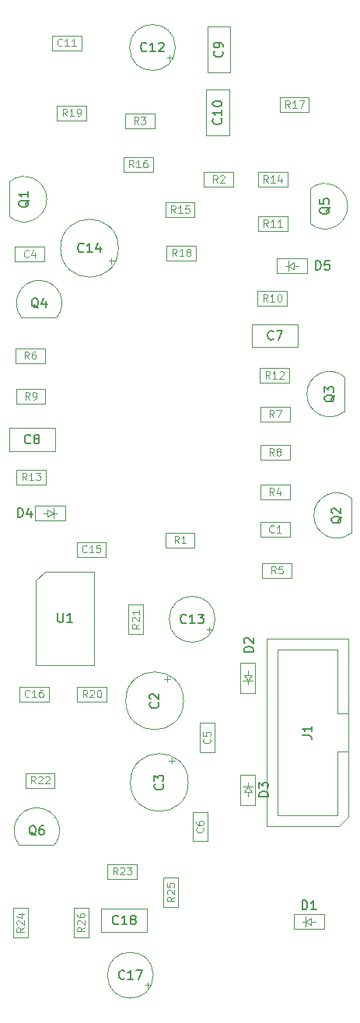
<source format=gbr>
%TF.GenerationSoftware,KiCad,Pcbnew,(5.1.9)-1*%
%TF.CreationDate,2021-08-15T07:19:13+01:00*%
%TF.ProjectId,8x8_Kick_Drum,3878385f-4b69-4636-9b5f-4472756d2e6b,rev?*%
%TF.SameCoordinates,Original*%
%TF.FileFunction,Other,Fab,Top*%
%FSLAX46Y46*%
G04 Gerber Fmt 4.6, Leading zero omitted, Abs format (unit mm)*
G04 Created by KiCad (PCBNEW (5.1.9)-1) date 2021-08-15 07:19:13*
%MOMM*%
%LPD*%
G01*
G04 APERTURE LIST*
%ADD10C,0.100000*%
%ADD11C,0.120000*%
%ADD12C,0.150000*%
G04 APERTURE END LIST*
D10*
%TO.C,R26*%
X134963000Y-163753000D02*
X134963000Y-160553000D01*
X136563000Y-163753000D02*
X134963000Y-163753000D01*
X136563000Y-160553000D02*
X136563000Y-163753000D01*
X134963000Y-160553000D02*
X136563000Y-160553000D01*
%TO.C,R25*%
X144742000Y-160451000D02*
X144742000Y-157251000D01*
X146342000Y-160451000D02*
X144742000Y-160451000D01*
X146342000Y-157251000D02*
X146342000Y-160451000D01*
X144742000Y-157251000D02*
X146342000Y-157251000D01*
%TO.C,R24*%
X128359000Y-163805000D02*
X128359000Y-160605000D01*
X129959000Y-163805000D02*
X128359000Y-163805000D01*
X129959000Y-160605000D02*
X129959000Y-163805000D01*
X128359000Y-160605000D02*
X129959000Y-160605000D01*
%TO.C,R23*%
X138634000Y-155791000D02*
X141834000Y-155791000D01*
X138634000Y-157391000D02*
X138634000Y-155791000D01*
X141834000Y-157391000D02*
X138634000Y-157391000D01*
X141834000Y-155791000D02*
X141834000Y-157391000D01*
%TO.C,R22*%
X132892000Y-147485000D02*
X129692000Y-147485000D01*
X132892000Y-145885000D02*
X132892000Y-147485000D01*
X129692000Y-145885000D02*
X132892000Y-145885000D01*
X129692000Y-147485000D02*
X129692000Y-145885000D01*
%TO.C,R21*%
X142532000Y-127585000D02*
X142532000Y-130785000D01*
X140932000Y-127585000D02*
X142532000Y-127585000D01*
X140932000Y-130785000D02*
X140932000Y-127585000D01*
X142532000Y-130785000D02*
X140932000Y-130785000D01*
%TO.C,R20*%
X135332000Y-136487000D02*
X138532000Y-136487000D01*
X135332000Y-138087000D02*
X135332000Y-136487000D01*
X138532000Y-138087000D02*
X135332000Y-138087000D01*
X138532000Y-136487000D02*
X138532000Y-138087000D01*
%TO.C,R19*%
X133121000Y-73241000D02*
X136321000Y-73241000D01*
X133121000Y-74841000D02*
X133121000Y-73241000D01*
X136321000Y-74841000D02*
X133121000Y-74841000D01*
X136321000Y-73241000D02*
X136321000Y-74841000D01*
%TO.C,R18*%
X145085000Y-88481000D02*
X148285000Y-88481000D01*
X145085000Y-90081000D02*
X145085000Y-88481000D01*
X148285000Y-90081000D02*
X145085000Y-90081000D01*
X148285000Y-88481000D02*
X148285000Y-90081000D01*
%TO.C,R17*%
X160578000Y-73952000D02*
X157378000Y-73952000D01*
X160578000Y-72352000D02*
X160578000Y-73952000D01*
X157378000Y-72352000D02*
X160578000Y-72352000D01*
X157378000Y-73952000D02*
X157378000Y-72352000D01*
%TO.C,R16*%
X140386000Y-78829000D02*
X143586000Y-78829000D01*
X140386000Y-80429000D02*
X140386000Y-78829000D01*
X143586000Y-80429000D02*
X140386000Y-80429000D01*
X143586000Y-78829000D02*
X143586000Y-80429000D01*
%TO.C,R15*%
X144932000Y-83782000D02*
X148132000Y-83782000D01*
X144932000Y-85382000D02*
X144932000Y-83782000D01*
X148132000Y-85382000D02*
X144932000Y-85382000D01*
X148132000Y-83782000D02*
X148132000Y-85382000D01*
%TO.C,R14*%
X158217000Y-82080000D02*
X155017000Y-82080000D01*
X158217000Y-80480000D02*
X158217000Y-82080000D01*
X155017000Y-80480000D02*
X158217000Y-80480000D01*
X155017000Y-82080000D02*
X155017000Y-80480000D01*
%TO.C,R13*%
X128728000Y-112865000D02*
X131928000Y-112865000D01*
X128728000Y-114465000D02*
X128728000Y-112865000D01*
X131928000Y-114465000D02*
X128728000Y-114465000D01*
X131928000Y-112865000D02*
X131928000Y-114465000D01*
%TO.C,R12*%
X158419000Y-103416000D02*
X155219000Y-103416000D01*
X158419000Y-101816000D02*
X158419000Y-103416000D01*
X155219000Y-101816000D02*
X158419000Y-101816000D01*
X155219000Y-103416000D02*
X155219000Y-101816000D01*
%TO.C,R11*%
X155017000Y-85306000D02*
X158217000Y-85306000D01*
X155017000Y-86906000D02*
X155017000Y-85306000D01*
X158217000Y-86906000D02*
X155017000Y-86906000D01*
X158217000Y-85306000D02*
X158217000Y-86906000D01*
%TO.C,R10*%
X154965000Y-93434000D02*
X158165000Y-93434000D01*
X154965000Y-95034000D02*
X154965000Y-93434000D01*
X158165000Y-95034000D02*
X154965000Y-95034000D01*
X158165000Y-93434000D02*
X158165000Y-95034000D01*
%TO.C,R9*%
X131876000Y-105702000D02*
X128676000Y-105702000D01*
X131876000Y-104102000D02*
X131876000Y-105702000D01*
X128676000Y-104102000D02*
X131876000Y-104102000D01*
X128676000Y-105702000D02*
X128676000Y-104102000D01*
%TO.C,R8*%
X158471000Y-111798000D02*
X155271000Y-111798000D01*
X158471000Y-110198000D02*
X158471000Y-111798000D01*
X155271000Y-110198000D02*
X158471000Y-110198000D01*
X155271000Y-111798000D02*
X155271000Y-110198000D01*
%TO.C,R7*%
X155271000Y-106007000D02*
X158471000Y-106007000D01*
X155271000Y-107607000D02*
X155271000Y-106007000D01*
X158471000Y-107607000D02*
X155271000Y-107607000D01*
X158471000Y-106007000D02*
X158471000Y-107607000D01*
%TO.C,R6*%
X131801000Y-101257000D02*
X128601000Y-101257000D01*
X131801000Y-99657000D02*
X131801000Y-101257000D01*
X128601000Y-99657000D02*
X131801000Y-99657000D01*
X128601000Y-101257000D02*
X128601000Y-99657000D01*
%TO.C,R5*%
X158699000Y-124625000D02*
X155499000Y-124625000D01*
X158699000Y-123025000D02*
X158699000Y-124625000D01*
X155499000Y-123025000D02*
X158699000Y-123025000D01*
X155499000Y-124625000D02*
X155499000Y-123025000D01*
%TO.C,R4*%
X158471000Y-116116000D02*
X155271000Y-116116000D01*
X158471000Y-114516000D02*
X158471000Y-116116000D01*
X155271000Y-114516000D02*
X158471000Y-114516000D01*
X155271000Y-116116000D02*
X155271000Y-114516000D01*
%TO.C,R3*%
X143739000Y-75730000D02*
X140539000Y-75730000D01*
X143739000Y-74130000D02*
X143739000Y-75730000D01*
X140539000Y-74130000D02*
X143739000Y-74130000D01*
X140539000Y-75730000D02*
X140539000Y-74130000D01*
%TO.C,R2*%
X152349000Y-82080000D02*
X149149000Y-82080000D01*
X152349000Y-80480000D02*
X152349000Y-82080000D01*
X149149000Y-80480000D02*
X152349000Y-80480000D01*
X149149000Y-82080000D02*
X149149000Y-80480000D01*
%TO.C,R1*%
X144932000Y-119723000D02*
X148132000Y-119723000D01*
X144932000Y-121323000D02*
X144932000Y-119723000D01*
X148132000Y-121323000D02*
X144932000Y-121323000D01*
X148132000Y-119723000D02*
X148132000Y-121323000D01*
%TO.C,D5*%
X157956000Y-90678000D02*
X158356000Y-90678000D01*
X158356000Y-90678000D02*
X158356000Y-90128000D01*
X158356000Y-90678000D02*
X158356000Y-91228000D01*
X158356000Y-90678000D02*
X158956000Y-90278000D01*
X158956000Y-90278000D02*
X158956000Y-91078000D01*
X158956000Y-91078000D02*
X158356000Y-90678000D01*
X158956000Y-90678000D02*
X159456000Y-90678000D01*
X157056000Y-89878000D02*
X160356000Y-89878000D01*
X157056000Y-91478000D02*
X157056000Y-89878000D01*
X160356000Y-91478000D02*
X157056000Y-91478000D01*
X160356000Y-89878000D02*
X160356000Y-91478000D01*
%TO.C,D4*%
X133128000Y-117602000D02*
X132728000Y-117602000D01*
X132728000Y-117602000D02*
X132728000Y-118152000D01*
X132728000Y-117602000D02*
X132728000Y-117052000D01*
X132728000Y-117602000D02*
X132128000Y-118002000D01*
X132128000Y-118002000D02*
X132128000Y-117202000D01*
X132128000Y-117202000D02*
X132728000Y-117602000D01*
X132128000Y-117602000D02*
X131628000Y-117602000D01*
X134028000Y-118402000D02*
X130728000Y-118402000D01*
X134028000Y-116802000D02*
X134028000Y-118402000D01*
X130728000Y-116802000D02*
X134028000Y-116802000D01*
X130728000Y-118402000D02*
X130728000Y-116802000D01*
%TO.C,D3*%
X153924000Y-146951000D02*
X153924000Y-147351000D01*
X153924000Y-147351000D02*
X154474000Y-147351000D01*
X153924000Y-147351000D02*
X153374000Y-147351000D01*
X153924000Y-147351000D02*
X154324000Y-147951000D01*
X154324000Y-147951000D02*
X153524000Y-147951000D01*
X153524000Y-147951000D02*
X153924000Y-147351000D01*
X153924000Y-147951000D02*
X153924000Y-148451000D01*
X154724000Y-146051000D02*
X154724000Y-149351000D01*
X153124000Y-146051000D02*
X154724000Y-146051000D01*
X153124000Y-149351000D02*
X153124000Y-146051000D01*
X154724000Y-149351000D02*
X153124000Y-149351000D01*
%TO.C,D2*%
X153924000Y-136259000D02*
X153924000Y-135859000D01*
X153924000Y-135859000D02*
X153374000Y-135859000D01*
X153924000Y-135859000D02*
X154474000Y-135859000D01*
X153924000Y-135859000D02*
X153524000Y-135259000D01*
X153524000Y-135259000D02*
X154324000Y-135259000D01*
X154324000Y-135259000D02*
X153924000Y-135859000D01*
X153924000Y-135259000D02*
X153924000Y-134759000D01*
X153124000Y-137159000D02*
X153124000Y-133859000D01*
X154724000Y-137159000D02*
X153124000Y-137159000D01*
X154724000Y-133859000D02*
X154724000Y-137159000D01*
X153124000Y-133859000D02*
X154724000Y-133859000D01*
%TO.C,D1*%
X159822000Y-162052000D02*
X160222000Y-162052000D01*
X160222000Y-162052000D02*
X160222000Y-161502000D01*
X160222000Y-162052000D02*
X160222000Y-162602000D01*
X160222000Y-162052000D02*
X160822000Y-161652000D01*
X160822000Y-161652000D02*
X160822000Y-162452000D01*
X160822000Y-162452000D02*
X160222000Y-162052000D01*
X160822000Y-162052000D02*
X161322000Y-162052000D01*
X158922000Y-161252000D02*
X162222000Y-161252000D01*
X158922000Y-162852000D02*
X158922000Y-161252000D01*
X162222000Y-162852000D02*
X158922000Y-162852000D01*
X162222000Y-161252000D02*
X162222000Y-162852000D01*
%TO.C,C17*%
X143613000Y-167894000D02*
G75*
G03*
X143613000Y-167894000I-2500000J0D01*
G01*
X143246605Y-168981500D02*
X142746605Y-168981500D01*
X142996605Y-169231500D02*
X142996605Y-168731500D01*
%TO.C,C13*%
X150344000Y-129159000D02*
G75*
G03*
X150344000Y-129159000I-2500000J0D01*
G01*
X149977605Y-130246500D02*
X149477605Y-130246500D01*
X149727605Y-130496500D02*
X149727605Y-129996500D01*
%TO.C,C12*%
X146026000Y-66929000D02*
G75*
G03*
X146026000Y-66929000I-2500000J0D01*
G01*
X145659605Y-68016500D02*
X145159605Y-68016500D01*
X145409605Y-68266500D02*
X145409605Y-67766500D01*
%TO.C,C3*%
X147422000Y-146919000D02*
G75*
G03*
X147422000Y-146919000I-3150000J0D01*
G01*
X145645500Y-144225028D02*
X145645500Y-144855028D01*
X145960500Y-144540028D02*
X145330500Y-144540028D01*
%TO.C,C2*%
X146914000Y-138029000D02*
G75*
G03*
X146914000Y-138029000I-3150000J0D01*
G01*
X145137500Y-135335028D02*
X145137500Y-135965028D01*
X145452500Y-135650028D02*
X144822500Y-135650028D01*
%TO.C,U1*%
X131810000Y-123952000D02*
X137160000Y-123952000D01*
X137160000Y-123952000D02*
X137160000Y-134112000D01*
X137160000Y-134112000D02*
X130810000Y-134112000D01*
X130810000Y-134112000D02*
X130810000Y-124952000D01*
X130810000Y-124952000D02*
X131810000Y-123952000D01*
%TO.C,Q6*%
X129047000Y-153746000D02*
X132797000Y-153746000D01*
X129044182Y-153748385D02*
G75*
G02*
X130937000Y-149666000I1892818J1602385D01*
G01*
X132838103Y-153738547D02*
G75*
G03*
X130937000Y-149666000I-1901103J1592547D01*
G01*
%TO.C,Q5*%
X160706000Y-82311000D02*
X160706000Y-86061000D01*
X160703615Y-82308182D02*
G75*
G02*
X164786000Y-84201000I1602385J-1892818D01*
G01*
X160713453Y-86102103D02*
G75*
G03*
X164786000Y-84201000I1592547J1901103D01*
G01*
%TO.C,Q4*%
X129301000Y-96342000D02*
X133051000Y-96342000D01*
X129298182Y-96344385D02*
G75*
G02*
X131191000Y-92262000I1892818J1602385D01*
G01*
X133092103Y-96334547D02*
G75*
G03*
X131191000Y-92262000I-1901103J1592547D01*
G01*
%TO.C,Q3*%
X164414000Y-106538000D02*
X164414000Y-102788000D01*
X164416385Y-106540818D02*
G75*
G02*
X160334000Y-104648000I-1602385J1892818D01*
G01*
X164406547Y-102746897D02*
G75*
G03*
X160334000Y-104648000I-1592547J-1901103D01*
G01*
%TO.C,Q2*%
X165176000Y-119746000D02*
X165176000Y-115996000D01*
X165178385Y-119748818D02*
G75*
G02*
X161096000Y-117856000I-1602385J1892818D01*
G01*
X165168547Y-115954897D02*
G75*
G03*
X161096000Y-117856000I-1592547J-1901103D01*
G01*
%TO.C,Q1*%
X127940000Y-81549000D02*
X127940000Y-85299000D01*
X127937615Y-81546182D02*
G75*
G02*
X132020000Y-83439000I1602385J-1892818D01*
G01*
X127947453Y-85340103D02*
G75*
G03*
X132020000Y-83439000I1592547J1901103D01*
G01*
%TO.C,C16*%
X132244000Y-136487000D02*
X132244000Y-138087000D01*
X132244000Y-138087000D02*
X129044000Y-138087000D01*
X129044000Y-138087000D02*
X129044000Y-136487000D01*
X129044000Y-136487000D02*
X132244000Y-136487000D01*
%TO.C,C15*%
X138468000Y-120739000D02*
X138468000Y-122339000D01*
X138468000Y-122339000D02*
X135268000Y-122339000D01*
X135268000Y-122339000D02*
X135268000Y-120739000D01*
X135268000Y-120739000D02*
X138468000Y-120739000D01*
%TO.C,J1*%
X164851000Y-150658000D02*
X163851000Y-151658000D01*
X163851000Y-151658000D02*
X155951000Y-151658000D01*
X155951000Y-151658000D02*
X155951000Y-131298000D01*
X155951000Y-131298000D02*
X164851000Y-131298000D01*
X164851000Y-131298000D02*
X164851000Y-150658000D01*
X164851000Y-143528000D02*
X163651000Y-143528000D01*
X163651000Y-143528000D02*
X163651000Y-150468000D01*
X163651000Y-150468000D02*
X157151000Y-150468000D01*
X157151000Y-150468000D02*
X157151000Y-132488000D01*
X157151000Y-132488000D02*
X163651000Y-132488000D01*
X163651000Y-132488000D02*
X163651000Y-139428000D01*
X163651000Y-139428000D02*
X163651000Y-139428000D01*
X163651000Y-139428000D02*
X164851000Y-139428000D01*
%TO.C,C18*%
X137942000Y-160675000D02*
X137942000Y-163175000D01*
X137942000Y-163175000D02*
X142942000Y-163175000D01*
X142942000Y-163175000D02*
X142942000Y-160675000D01*
X142942000Y-160675000D02*
X137942000Y-160675000D01*
%TO.C,C11*%
X135800000Y-65621000D02*
X135800000Y-67221000D01*
X135800000Y-67221000D02*
X132600000Y-67221000D01*
X132600000Y-67221000D02*
X132600000Y-65621000D01*
X132600000Y-65621000D02*
X135800000Y-65621000D01*
%TO.C,C14*%
X139822000Y-88773000D02*
G75*
G03*
X139822000Y-88773000I-3150000J0D01*
G01*
X139365972Y-90146500D02*
X138735972Y-90146500D01*
X139050972Y-90461500D02*
X139050972Y-89831500D01*
%TO.C,C10*%
X151872000Y-71521000D02*
X149372000Y-71521000D01*
X149372000Y-71521000D02*
X149372000Y-76521000D01*
X149372000Y-76521000D02*
X151872000Y-76521000D01*
X151872000Y-76521000D02*
X151872000Y-71521000D01*
%TO.C,C9*%
X151999000Y-64663000D02*
X149499000Y-64663000D01*
X149499000Y-64663000D02*
X149499000Y-69663000D01*
X149499000Y-69663000D02*
X151999000Y-69663000D01*
X151999000Y-69663000D02*
X151999000Y-64663000D01*
%TO.C,C8*%
X127909000Y-108351000D02*
X127909000Y-110851000D01*
X127909000Y-110851000D02*
X132909000Y-110851000D01*
X132909000Y-110851000D02*
X132909000Y-108351000D01*
X132909000Y-108351000D02*
X127909000Y-108351000D01*
%TO.C,C7*%
X159365000Y-99548000D02*
X159365000Y-97048000D01*
X159365000Y-97048000D02*
X154365000Y-97048000D01*
X154365000Y-97048000D02*
X154365000Y-99548000D01*
X154365000Y-99548000D02*
X159365000Y-99548000D01*
%TO.C,C6*%
X149517000Y-153326000D02*
X147917000Y-153326000D01*
X147917000Y-153326000D02*
X147917000Y-150126000D01*
X147917000Y-150126000D02*
X149517000Y-150126000D01*
X149517000Y-150126000D02*
X149517000Y-153326000D01*
%TO.C,C5*%
X150279000Y-143624000D02*
X148679000Y-143624000D01*
X148679000Y-143624000D02*
X148679000Y-140424000D01*
X148679000Y-140424000D02*
X150279000Y-140424000D01*
X150279000Y-140424000D02*
X150279000Y-143624000D01*
%TO.C,C4*%
X128575000Y-90208000D02*
X128575000Y-88608000D01*
X128575000Y-88608000D02*
X131775000Y-88608000D01*
X131775000Y-88608000D02*
X131775000Y-90208000D01*
X131775000Y-90208000D02*
X128575000Y-90208000D01*
%TO.C,C1*%
X158484000Y-118580000D02*
X158484000Y-120180000D01*
X158484000Y-120180000D02*
X155284000Y-120180000D01*
X155284000Y-120180000D02*
X155284000Y-118580000D01*
X155284000Y-118580000D02*
X158484000Y-118580000D01*
%TD*%
%TO.C,R26*%
D11*
X136124904Y-162667285D02*
X135743952Y-162933952D01*
X136124904Y-163124428D02*
X135324904Y-163124428D01*
X135324904Y-162819666D01*
X135363000Y-162743476D01*
X135401095Y-162705380D01*
X135477285Y-162667285D01*
X135591571Y-162667285D01*
X135667761Y-162705380D01*
X135705857Y-162743476D01*
X135743952Y-162819666D01*
X135743952Y-163124428D01*
X135401095Y-162362523D02*
X135363000Y-162324428D01*
X135324904Y-162248238D01*
X135324904Y-162057761D01*
X135363000Y-161981571D01*
X135401095Y-161943476D01*
X135477285Y-161905380D01*
X135553476Y-161905380D01*
X135667761Y-161943476D01*
X136124904Y-162400619D01*
X136124904Y-161905380D01*
X135324904Y-161219666D02*
X135324904Y-161372047D01*
X135363000Y-161448238D01*
X135401095Y-161486333D01*
X135515380Y-161562523D01*
X135667761Y-161600619D01*
X135972523Y-161600619D01*
X136048714Y-161562523D01*
X136086809Y-161524428D01*
X136124904Y-161448238D01*
X136124904Y-161295857D01*
X136086809Y-161219666D01*
X136048714Y-161181571D01*
X135972523Y-161143476D01*
X135782047Y-161143476D01*
X135705857Y-161181571D01*
X135667761Y-161219666D01*
X135629666Y-161295857D01*
X135629666Y-161448238D01*
X135667761Y-161524428D01*
X135705857Y-161562523D01*
X135782047Y-161600619D01*
%TO.C,R25*%
X145903904Y-159365285D02*
X145522952Y-159631952D01*
X145903904Y-159822428D02*
X145103904Y-159822428D01*
X145103904Y-159517666D01*
X145142000Y-159441476D01*
X145180095Y-159403380D01*
X145256285Y-159365285D01*
X145370571Y-159365285D01*
X145446761Y-159403380D01*
X145484857Y-159441476D01*
X145522952Y-159517666D01*
X145522952Y-159822428D01*
X145180095Y-159060523D02*
X145142000Y-159022428D01*
X145103904Y-158946238D01*
X145103904Y-158755761D01*
X145142000Y-158679571D01*
X145180095Y-158641476D01*
X145256285Y-158603380D01*
X145332476Y-158603380D01*
X145446761Y-158641476D01*
X145903904Y-159098619D01*
X145903904Y-158603380D01*
X145103904Y-157879571D02*
X145103904Y-158260523D01*
X145484857Y-158298619D01*
X145446761Y-158260523D01*
X145408666Y-158184333D01*
X145408666Y-157993857D01*
X145446761Y-157917666D01*
X145484857Y-157879571D01*
X145561047Y-157841476D01*
X145751523Y-157841476D01*
X145827714Y-157879571D01*
X145865809Y-157917666D01*
X145903904Y-157993857D01*
X145903904Y-158184333D01*
X145865809Y-158260523D01*
X145827714Y-158298619D01*
%TO.C,R24*%
X129520904Y-162719285D02*
X129139952Y-162985952D01*
X129520904Y-163176428D02*
X128720904Y-163176428D01*
X128720904Y-162871666D01*
X128759000Y-162795476D01*
X128797095Y-162757380D01*
X128873285Y-162719285D01*
X128987571Y-162719285D01*
X129063761Y-162757380D01*
X129101857Y-162795476D01*
X129139952Y-162871666D01*
X129139952Y-163176428D01*
X128797095Y-162414523D02*
X128759000Y-162376428D01*
X128720904Y-162300238D01*
X128720904Y-162109761D01*
X128759000Y-162033571D01*
X128797095Y-161995476D01*
X128873285Y-161957380D01*
X128949476Y-161957380D01*
X129063761Y-161995476D01*
X129520904Y-162452619D01*
X129520904Y-161957380D01*
X128987571Y-161271666D02*
X129520904Y-161271666D01*
X128682809Y-161462142D02*
X129254238Y-161652619D01*
X129254238Y-161157380D01*
%TO.C,R23*%
X139719714Y-156952904D02*
X139453047Y-156571952D01*
X139262571Y-156952904D02*
X139262571Y-156152904D01*
X139567333Y-156152904D01*
X139643523Y-156191000D01*
X139681619Y-156229095D01*
X139719714Y-156305285D01*
X139719714Y-156419571D01*
X139681619Y-156495761D01*
X139643523Y-156533857D01*
X139567333Y-156571952D01*
X139262571Y-156571952D01*
X140024476Y-156229095D02*
X140062571Y-156191000D01*
X140138761Y-156152904D01*
X140329238Y-156152904D01*
X140405428Y-156191000D01*
X140443523Y-156229095D01*
X140481619Y-156305285D01*
X140481619Y-156381476D01*
X140443523Y-156495761D01*
X139986380Y-156952904D01*
X140481619Y-156952904D01*
X140748285Y-156152904D02*
X141243523Y-156152904D01*
X140976857Y-156457666D01*
X141091142Y-156457666D01*
X141167333Y-156495761D01*
X141205428Y-156533857D01*
X141243523Y-156610047D01*
X141243523Y-156800523D01*
X141205428Y-156876714D01*
X141167333Y-156914809D01*
X141091142Y-156952904D01*
X140862571Y-156952904D01*
X140786380Y-156914809D01*
X140748285Y-156876714D01*
%TO.C,R22*%
X130777714Y-147046904D02*
X130511047Y-146665952D01*
X130320571Y-147046904D02*
X130320571Y-146246904D01*
X130625333Y-146246904D01*
X130701523Y-146285000D01*
X130739619Y-146323095D01*
X130777714Y-146399285D01*
X130777714Y-146513571D01*
X130739619Y-146589761D01*
X130701523Y-146627857D01*
X130625333Y-146665952D01*
X130320571Y-146665952D01*
X131082476Y-146323095D02*
X131120571Y-146285000D01*
X131196761Y-146246904D01*
X131387238Y-146246904D01*
X131463428Y-146285000D01*
X131501523Y-146323095D01*
X131539619Y-146399285D01*
X131539619Y-146475476D01*
X131501523Y-146589761D01*
X131044380Y-147046904D01*
X131539619Y-147046904D01*
X131844380Y-146323095D02*
X131882476Y-146285000D01*
X131958666Y-146246904D01*
X132149142Y-146246904D01*
X132225333Y-146285000D01*
X132263428Y-146323095D01*
X132301523Y-146399285D01*
X132301523Y-146475476D01*
X132263428Y-146589761D01*
X131806285Y-147046904D01*
X132301523Y-147046904D01*
%TO.C,R21*%
X142093904Y-129699285D02*
X141712952Y-129965952D01*
X142093904Y-130156428D02*
X141293904Y-130156428D01*
X141293904Y-129851666D01*
X141332000Y-129775476D01*
X141370095Y-129737380D01*
X141446285Y-129699285D01*
X141560571Y-129699285D01*
X141636761Y-129737380D01*
X141674857Y-129775476D01*
X141712952Y-129851666D01*
X141712952Y-130156428D01*
X141370095Y-129394523D02*
X141332000Y-129356428D01*
X141293904Y-129280238D01*
X141293904Y-129089761D01*
X141332000Y-129013571D01*
X141370095Y-128975476D01*
X141446285Y-128937380D01*
X141522476Y-128937380D01*
X141636761Y-128975476D01*
X142093904Y-129432619D01*
X142093904Y-128937380D01*
X142093904Y-128175476D02*
X142093904Y-128632619D01*
X142093904Y-128404047D02*
X141293904Y-128404047D01*
X141408190Y-128480238D01*
X141484380Y-128556428D01*
X141522476Y-128632619D01*
%TO.C,R20*%
X136417714Y-137648904D02*
X136151047Y-137267952D01*
X135960571Y-137648904D02*
X135960571Y-136848904D01*
X136265333Y-136848904D01*
X136341523Y-136887000D01*
X136379619Y-136925095D01*
X136417714Y-137001285D01*
X136417714Y-137115571D01*
X136379619Y-137191761D01*
X136341523Y-137229857D01*
X136265333Y-137267952D01*
X135960571Y-137267952D01*
X136722476Y-136925095D02*
X136760571Y-136887000D01*
X136836761Y-136848904D01*
X137027238Y-136848904D01*
X137103428Y-136887000D01*
X137141523Y-136925095D01*
X137179619Y-137001285D01*
X137179619Y-137077476D01*
X137141523Y-137191761D01*
X136684380Y-137648904D01*
X137179619Y-137648904D01*
X137674857Y-136848904D02*
X137751047Y-136848904D01*
X137827238Y-136887000D01*
X137865333Y-136925095D01*
X137903428Y-137001285D01*
X137941523Y-137153666D01*
X137941523Y-137344142D01*
X137903428Y-137496523D01*
X137865333Y-137572714D01*
X137827238Y-137610809D01*
X137751047Y-137648904D01*
X137674857Y-137648904D01*
X137598666Y-137610809D01*
X137560571Y-137572714D01*
X137522476Y-137496523D01*
X137484380Y-137344142D01*
X137484380Y-137153666D01*
X137522476Y-137001285D01*
X137560571Y-136925095D01*
X137598666Y-136887000D01*
X137674857Y-136848904D01*
%TO.C,R19*%
X134206714Y-74402904D02*
X133940047Y-74021952D01*
X133749571Y-74402904D02*
X133749571Y-73602904D01*
X134054333Y-73602904D01*
X134130523Y-73641000D01*
X134168619Y-73679095D01*
X134206714Y-73755285D01*
X134206714Y-73869571D01*
X134168619Y-73945761D01*
X134130523Y-73983857D01*
X134054333Y-74021952D01*
X133749571Y-74021952D01*
X134968619Y-74402904D02*
X134511476Y-74402904D01*
X134740047Y-74402904D02*
X134740047Y-73602904D01*
X134663857Y-73717190D01*
X134587666Y-73793380D01*
X134511476Y-73831476D01*
X135349571Y-74402904D02*
X135501952Y-74402904D01*
X135578142Y-74364809D01*
X135616238Y-74326714D01*
X135692428Y-74212428D01*
X135730523Y-74060047D01*
X135730523Y-73755285D01*
X135692428Y-73679095D01*
X135654333Y-73641000D01*
X135578142Y-73602904D01*
X135425761Y-73602904D01*
X135349571Y-73641000D01*
X135311476Y-73679095D01*
X135273380Y-73755285D01*
X135273380Y-73945761D01*
X135311476Y-74021952D01*
X135349571Y-74060047D01*
X135425761Y-74098142D01*
X135578142Y-74098142D01*
X135654333Y-74060047D01*
X135692428Y-74021952D01*
X135730523Y-73945761D01*
%TO.C,R18*%
X146170714Y-89642904D02*
X145904047Y-89261952D01*
X145713571Y-89642904D02*
X145713571Y-88842904D01*
X146018333Y-88842904D01*
X146094523Y-88881000D01*
X146132619Y-88919095D01*
X146170714Y-88995285D01*
X146170714Y-89109571D01*
X146132619Y-89185761D01*
X146094523Y-89223857D01*
X146018333Y-89261952D01*
X145713571Y-89261952D01*
X146932619Y-89642904D02*
X146475476Y-89642904D01*
X146704047Y-89642904D02*
X146704047Y-88842904D01*
X146627857Y-88957190D01*
X146551666Y-89033380D01*
X146475476Y-89071476D01*
X147389761Y-89185761D02*
X147313571Y-89147666D01*
X147275476Y-89109571D01*
X147237380Y-89033380D01*
X147237380Y-88995285D01*
X147275476Y-88919095D01*
X147313571Y-88881000D01*
X147389761Y-88842904D01*
X147542142Y-88842904D01*
X147618333Y-88881000D01*
X147656428Y-88919095D01*
X147694523Y-88995285D01*
X147694523Y-89033380D01*
X147656428Y-89109571D01*
X147618333Y-89147666D01*
X147542142Y-89185761D01*
X147389761Y-89185761D01*
X147313571Y-89223857D01*
X147275476Y-89261952D01*
X147237380Y-89338142D01*
X147237380Y-89490523D01*
X147275476Y-89566714D01*
X147313571Y-89604809D01*
X147389761Y-89642904D01*
X147542142Y-89642904D01*
X147618333Y-89604809D01*
X147656428Y-89566714D01*
X147694523Y-89490523D01*
X147694523Y-89338142D01*
X147656428Y-89261952D01*
X147618333Y-89223857D01*
X147542142Y-89185761D01*
%TO.C,R17*%
X158463714Y-73513904D02*
X158197047Y-73132952D01*
X158006571Y-73513904D02*
X158006571Y-72713904D01*
X158311333Y-72713904D01*
X158387523Y-72752000D01*
X158425619Y-72790095D01*
X158463714Y-72866285D01*
X158463714Y-72980571D01*
X158425619Y-73056761D01*
X158387523Y-73094857D01*
X158311333Y-73132952D01*
X158006571Y-73132952D01*
X159225619Y-73513904D02*
X158768476Y-73513904D01*
X158997047Y-73513904D02*
X158997047Y-72713904D01*
X158920857Y-72828190D01*
X158844666Y-72904380D01*
X158768476Y-72942476D01*
X159492285Y-72713904D02*
X160025619Y-72713904D01*
X159682761Y-73513904D01*
%TO.C,R16*%
X141471714Y-79990904D02*
X141205047Y-79609952D01*
X141014571Y-79990904D02*
X141014571Y-79190904D01*
X141319333Y-79190904D01*
X141395523Y-79229000D01*
X141433619Y-79267095D01*
X141471714Y-79343285D01*
X141471714Y-79457571D01*
X141433619Y-79533761D01*
X141395523Y-79571857D01*
X141319333Y-79609952D01*
X141014571Y-79609952D01*
X142233619Y-79990904D02*
X141776476Y-79990904D01*
X142005047Y-79990904D02*
X142005047Y-79190904D01*
X141928857Y-79305190D01*
X141852666Y-79381380D01*
X141776476Y-79419476D01*
X142919333Y-79190904D02*
X142766952Y-79190904D01*
X142690761Y-79229000D01*
X142652666Y-79267095D01*
X142576476Y-79381380D01*
X142538380Y-79533761D01*
X142538380Y-79838523D01*
X142576476Y-79914714D01*
X142614571Y-79952809D01*
X142690761Y-79990904D01*
X142843142Y-79990904D01*
X142919333Y-79952809D01*
X142957428Y-79914714D01*
X142995523Y-79838523D01*
X142995523Y-79648047D01*
X142957428Y-79571857D01*
X142919333Y-79533761D01*
X142843142Y-79495666D01*
X142690761Y-79495666D01*
X142614571Y-79533761D01*
X142576476Y-79571857D01*
X142538380Y-79648047D01*
%TO.C,R15*%
X146017714Y-84943904D02*
X145751047Y-84562952D01*
X145560571Y-84943904D02*
X145560571Y-84143904D01*
X145865333Y-84143904D01*
X145941523Y-84182000D01*
X145979619Y-84220095D01*
X146017714Y-84296285D01*
X146017714Y-84410571D01*
X145979619Y-84486761D01*
X145941523Y-84524857D01*
X145865333Y-84562952D01*
X145560571Y-84562952D01*
X146779619Y-84943904D02*
X146322476Y-84943904D01*
X146551047Y-84943904D02*
X146551047Y-84143904D01*
X146474857Y-84258190D01*
X146398666Y-84334380D01*
X146322476Y-84372476D01*
X147503428Y-84143904D02*
X147122476Y-84143904D01*
X147084380Y-84524857D01*
X147122476Y-84486761D01*
X147198666Y-84448666D01*
X147389142Y-84448666D01*
X147465333Y-84486761D01*
X147503428Y-84524857D01*
X147541523Y-84601047D01*
X147541523Y-84791523D01*
X147503428Y-84867714D01*
X147465333Y-84905809D01*
X147389142Y-84943904D01*
X147198666Y-84943904D01*
X147122476Y-84905809D01*
X147084380Y-84867714D01*
%TO.C,R14*%
X156102714Y-81641904D02*
X155836047Y-81260952D01*
X155645571Y-81641904D02*
X155645571Y-80841904D01*
X155950333Y-80841904D01*
X156026523Y-80880000D01*
X156064619Y-80918095D01*
X156102714Y-80994285D01*
X156102714Y-81108571D01*
X156064619Y-81184761D01*
X156026523Y-81222857D01*
X155950333Y-81260952D01*
X155645571Y-81260952D01*
X156864619Y-81641904D02*
X156407476Y-81641904D01*
X156636047Y-81641904D02*
X156636047Y-80841904D01*
X156559857Y-80956190D01*
X156483666Y-81032380D01*
X156407476Y-81070476D01*
X157550333Y-81108571D02*
X157550333Y-81641904D01*
X157359857Y-80803809D02*
X157169380Y-81375238D01*
X157664619Y-81375238D01*
%TO.C,R13*%
X129813714Y-114026904D02*
X129547047Y-113645952D01*
X129356571Y-114026904D02*
X129356571Y-113226904D01*
X129661333Y-113226904D01*
X129737523Y-113265000D01*
X129775619Y-113303095D01*
X129813714Y-113379285D01*
X129813714Y-113493571D01*
X129775619Y-113569761D01*
X129737523Y-113607857D01*
X129661333Y-113645952D01*
X129356571Y-113645952D01*
X130575619Y-114026904D02*
X130118476Y-114026904D01*
X130347047Y-114026904D02*
X130347047Y-113226904D01*
X130270857Y-113341190D01*
X130194666Y-113417380D01*
X130118476Y-113455476D01*
X130842285Y-113226904D02*
X131337523Y-113226904D01*
X131070857Y-113531666D01*
X131185142Y-113531666D01*
X131261333Y-113569761D01*
X131299428Y-113607857D01*
X131337523Y-113684047D01*
X131337523Y-113874523D01*
X131299428Y-113950714D01*
X131261333Y-113988809D01*
X131185142Y-114026904D01*
X130956571Y-114026904D01*
X130880380Y-113988809D01*
X130842285Y-113950714D01*
%TO.C,R12*%
X156304714Y-102977904D02*
X156038047Y-102596952D01*
X155847571Y-102977904D02*
X155847571Y-102177904D01*
X156152333Y-102177904D01*
X156228523Y-102216000D01*
X156266619Y-102254095D01*
X156304714Y-102330285D01*
X156304714Y-102444571D01*
X156266619Y-102520761D01*
X156228523Y-102558857D01*
X156152333Y-102596952D01*
X155847571Y-102596952D01*
X157066619Y-102977904D02*
X156609476Y-102977904D01*
X156838047Y-102977904D02*
X156838047Y-102177904D01*
X156761857Y-102292190D01*
X156685666Y-102368380D01*
X156609476Y-102406476D01*
X157371380Y-102254095D02*
X157409476Y-102216000D01*
X157485666Y-102177904D01*
X157676142Y-102177904D01*
X157752333Y-102216000D01*
X157790428Y-102254095D01*
X157828523Y-102330285D01*
X157828523Y-102406476D01*
X157790428Y-102520761D01*
X157333285Y-102977904D01*
X157828523Y-102977904D01*
%TO.C,R11*%
X156102714Y-86467904D02*
X155836047Y-86086952D01*
X155645571Y-86467904D02*
X155645571Y-85667904D01*
X155950333Y-85667904D01*
X156026523Y-85706000D01*
X156064619Y-85744095D01*
X156102714Y-85820285D01*
X156102714Y-85934571D01*
X156064619Y-86010761D01*
X156026523Y-86048857D01*
X155950333Y-86086952D01*
X155645571Y-86086952D01*
X156864619Y-86467904D02*
X156407476Y-86467904D01*
X156636047Y-86467904D02*
X156636047Y-85667904D01*
X156559857Y-85782190D01*
X156483666Y-85858380D01*
X156407476Y-85896476D01*
X157626523Y-86467904D02*
X157169380Y-86467904D01*
X157397952Y-86467904D02*
X157397952Y-85667904D01*
X157321761Y-85782190D01*
X157245571Y-85858380D01*
X157169380Y-85896476D01*
%TO.C,R10*%
X156050714Y-94595904D02*
X155784047Y-94214952D01*
X155593571Y-94595904D02*
X155593571Y-93795904D01*
X155898333Y-93795904D01*
X155974523Y-93834000D01*
X156012619Y-93872095D01*
X156050714Y-93948285D01*
X156050714Y-94062571D01*
X156012619Y-94138761D01*
X155974523Y-94176857D01*
X155898333Y-94214952D01*
X155593571Y-94214952D01*
X156812619Y-94595904D02*
X156355476Y-94595904D01*
X156584047Y-94595904D02*
X156584047Y-93795904D01*
X156507857Y-93910190D01*
X156431666Y-93986380D01*
X156355476Y-94024476D01*
X157307857Y-93795904D02*
X157384047Y-93795904D01*
X157460238Y-93834000D01*
X157498333Y-93872095D01*
X157536428Y-93948285D01*
X157574523Y-94100666D01*
X157574523Y-94291142D01*
X157536428Y-94443523D01*
X157498333Y-94519714D01*
X157460238Y-94557809D01*
X157384047Y-94595904D01*
X157307857Y-94595904D01*
X157231666Y-94557809D01*
X157193571Y-94519714D01*
X157155476Y-94443523D01*
X157117380Y-94291142D01*
X157117380Y-94100666D01*
X157155476Y-93948285D01*
X157193571Y-93872095D01*
X157231666Y-93834000D01*
X157307857Y-93795904D01*
%TO.C,R9*%
X130142666Y-105263904D02*
X129876000Y-104882952D01*
X129685523Y-105263904D02*
X129685523Y-104463904D01*
X129990285Y-104463904D01*
X130066476Y-104502000D01*
X130104571Y-104540095D01*
X130142666Y-104616285D01*
X130142666Y-104730571D01*
X130104571Y-104806761D01*
X130066476Y-104844857D01*
X129990285Y-104882952D01*
X129685523Y-104882952D01*
X130523619Y-105263904D02*
X130676000Y-105263904D01*
X130752190Y-105225809D01*
X130790285Y-105187714D01*
X130866476Y-105073428D01*
X130904571Y-104921047D01*
X130904571Y-104616285D01*
X130866476Y-104540095D01*
X130828380Y-104502000D01*
X130752190Y-104463904D01*
X130599809Y-104463904D01*
X130523619Y-104502000D01*
X130485523Y-104540095D01*
X130447428Y-104616285D01*
X130447428Y-104806761D01*
X130485523Y-104882952D01*
X130523619Y-104921047D01*
X130599809Y-104959142D01*
X130752190Y-104959142D01*
X130828380Y-104921047D01*
X130866476Y-104882952D01*
X130904571Y-104806761D01*
%TO.C,R8*%
X156737666Y-111359904D02*
X156471000Y-110978952D01*
X156280523Y-111359904D02*
X156280523Y-110559904D01*
X156585285Y-110559904D01*
X156661476Y-110598000D01*
X156699571Y-110636095D01*
X156737666Y-110712285D01*
X156737666Y-110826571D01*
X156699571Y-110902761D01*
X156661476Y-110940857D01*
X156585285Y-110978952D01*
X156280523Y-110978952D01*
X157194809Y-110902761D02*
X157118619Y-110864666D01*
X157080523Y-110826571D01*
X157042428Y-110750380D01*
X157042428Y-110712285D01*
X157080523Y-110636095D01*
X157118619Y-110598000D01*
X157194809Y-110559904D01*
X157347190Y-110559904D01*
X157423380Y-110598000D01*
X157461476Y-110636095D01*
X157499571Y-110712285D01*
X157499571Y-110750380D01*
X157461476Y-110826571D01*
X157423380Y-110864666D01*
X157347190Y-110902761D01*
X157194809Y-110902761D01*
X157118619Y-110940857D01*
X157080523Y-110978952D01*
X157042428Y-111055142D01*
X157042428Y-111207523D01*
X157080523Y-111283714D01*
X157118619Y-111321809D01*
X157194809Y-111359904D01*
X157347190Y-111359904D01*
X157423380Y-111321809D01*
X157461476Y-111283714D01*
X157499571Y-111207523D01*
X157499571Y-111055142D01*
X157461476Y-110978952D01*
X157423380Y-110940857D01*
X157347190Y-110902761D01*
%TO.C,R7*%
X156737666Y-107168904D02*
X156471000Y-106787952D01*
X156280523Y-107168904D02*
X156280523Y-106368904D01*
X156585285Y-106368904D01*
X156661476Y-106407000D01*
X156699571Y-106445095D01*
X156737666Y-106521285D01*
X156737666Y-106635571D01*
X156699571Y-106711761D01*
X156661476Y-106749857D01*
X156585285Y-106787952D01*
X156280523Y-106787952D01*
X157004333Y-106368904D02*
X157537666Y-106368904D01*
X157194809Y-107168904D01*
%TO.C,R6*%
X130067666Y-100818904D02*
X129801000Y-100437952D01*
X129610523Y-100818904D02*
X129610523Y-100018904D01*
X129915285Y-100018904D01*
X129991476Y-100057000D01*
X130029571Y-100095095D01*
X130067666Y-100171285D01*
X130067666Y-100285571D01*
X130029571Y-100361761D01*
X129991476Y-100399857D01*
X129915285Y-100437952D01*
X129610523Y-100437952D01*
X130753380Y-100018904D02*
X130601000Y-100018904D01*
X130524809Y-100057000D01*
X130486714Y-100095095D01*
X130410523Y-100209380D01*
X130372428Y-100361761D01*
X130372428Y-100666523D01*
X130410523Y-100742714D01*
X130448619Y-100780809D01*
X130524809Y-100818904D01*
X130677190Y-100818904D01*
X130753380Y-100780809D01*
X130791476Y-100742714D01*
X130829571Y-100666523D01*
X130829571Y-100476047D01*
X130791476Y-100399857D01*
X130753380Y-100361761D01*
X130677190Y-100323666D01*
X130524809Y-100323666D01*
X130448619Y-100361761D01*
X130410523Y-100399857D01*
X130372428Y-100476047D01*
%TO.C,R5*%
X156965666Y-124186904D02*
X156699000Y-123805952D01*
X156508523Y-124186904D02*
X156508523Y-123386904D01*
X156813285Y-123386904D01*
X156889476Y-123425000D01*
X156927571Y-123463095D01*
X156965666Y-123539285D01*
X156965666Y-123653571D01*
X156927571Y-123729761D01*
X156889476Y-123767857D01*
X156813285Y-123805952D01*
X156508523Y-123805952D01*
X157689476Y-123386904D02*
X157308523Y-123386904D01*
X157270428Y-123767857D01*
X157308523Y-123729761D01*
X157384714Y-123691666D01*
X157575190Y-123691666D01*
X157651380Y-123729761D01*
X157689476Y-123767857D01*
X157727571Y-123844047D01*
X157727571Y-124034523D01*
X157689476Y-124110714D01*
X157651380Y-124148809D01*
X157575190Y-124186904D01*
X157384714Y-124186904D01*
X157308523Y-124148809D01*
X157270428Y-124110714D01*
%TO.C,R4*%
X156737666Y-115677904D02*
X156471000Y-115296952D01*
X156280523Y-115677904D02*
X156280523Y-114877904D01*
X156585285Y-114877904D01*
X156661476Y-114916000D01*
X156699571Y-114954095D01*
X156737666Y-115030285D01*
X156737666Y-115144571D01*
X156699571Y-115220761D01*
X156661476Y-115258857D01*
X156585285Y-115296952D01*
X156280523Y-115296952D01*
X157423380Y-115144571D02*
X157423380Y-115677904D01*
X157232904Y-114839809D02*
X157042428Y-115411238D01*
X157537666Y-115411238D01*
%TO.C,R3*%
X142005666Y-75291904D02*
X141739000Y-74910952D01*
X141548523Y-75291904D02*
X141548523Y-74491904D01*
X141853285Y-74491904D01*
X141929476Y-74530000D01*
X141967571Y-74568095D01*
X142005666Y-74644285D01*
X142005666Y-74758571D01*
X141967571Y-74834761D01*
X141929476Y-74872857D01*
X141853285Y-74910952D01*
X141548523Y-74910952D01*
X142272333Y-74491904D02*
X142767571Y-74491904D01*
X142500904Y-74796666D01*
X142615190Y-74796666D01*
X142691380Y-74834761D01*
X142729476Y-74872857D01*
X142767571Y-74949047D01*
X142767571Y-75139523D01*
X142729476Y-75215714D01*
X142691380Y-75253809D01*
X142615190Y-75291904D01*
X142386619Y-75291904D01*
X142310428Y-75253809D01*
X142272333Y-75215714D01*
%TO.C,R2*%
X150615666Y-81641904D02*
X150349000Y-81260952D01*
X150158523Y-81641904D02*
X150158523Y-80841904D01*
X150463285Y-80841904D01*
X150539476Y-80880000D01*
X150577571Y-80918095D01*
X150615666Y-80994285D01*
X150615666Y-81108571D01*
X150577571Y-81184761D01*
X150539476Y-81222857D01*
X150463285Y-81260952D01*
X150158523Y-81260952D01*
X150920428Y-80918095D02*
X150958523Y-80880000D01*
X151034714Y-80841904D01*
X151225190Y-80841904D01*
X151301380Y-80880000D01*
X151339476Y-80918095D01*
X151377571Y-80994285D01*
X151377571Y-81070476D01*
X151339476Y-81184761D01*
X150882333Y-81641904D01*
X151377571Y-81641904D01*
%TO.C,R1*%
X146398666Y-120884904D02*
X146132000Y-120503952D01*
X145941523Y-120884904D02*
X145941523Y-120084904D01*
X146246285Y-120084904D01*
X146322476Y-120123000D01*
X146360571Y-120161095D01*
X146398666Y-120237285D01*
X146398666Y-120351571D01*
X146360571Y-120427761D01*
X146322476Y-120465857D01*
X146246285Y-120503952D01*
X145941523Y-120503952D01*
X147160571Y-120884904D02*
X146703428Y-120884904D01*
X146932000Y-120884904D02*
X146932000Y-120084904D01*
X146855809Y-120199190D01*
X146779619Y-120275380D01*
X146703428Y-120313476D01*
%TO.C,D5*%
D12*
X161313904Y-91130380D02*
X161313904Y-90130380D01*
X161552000Y-90130380D01*
X161694857Y-90178000D01*
X161790095Y-90273238D01*
X161837714Y-90368476D01*
X161885333Y-90558952D01*
X161885333Y-90701809D01*
X161837714Y-90892285D01*
X161790095Y-90987523D01*
X161694857Y-91082761D01*
X161552000Y-91130380D01*
X161313904Y-91130380D01*
X162790095Y-90130380D02*
X162313904Y-90130380D01*
X162266285Y-90606571D01*
X162313904Y-90558952D01*
X162409142Y-90511333D01*
X162647238Y-90511333D01*
X162742476Y-90558952D01*
X162790095Y-90606571D01*
X162837714Y-90701809D01*
X162837714Y-90939904D01*
X162790095Y-91035142D01*
X162742476Y-91082761D01*
X162647238Y-91130380D01*
X162409142Y-91130380D01*
X162313904Y-91082761D01*
X162266285Y-91035142D01*
%TO.C,D4*%
X128889904Y-118054380D02*
X128889904Y-117054380D01*
X129128000Y-117054380D01*
X129270857Y-117102000D01*
X129366095Y-117197238D01*
X129413714Y-117292476D01*
X129461333Y-117482952D01*
X129461333Y-117625809D01*
X129413714Y-117816285D01*
X129366095Y-117911523D01*
X129270857Y-118006761D01*
X129128000Y-118054380D01*
X128889904Y-118054380D01*
X130318476Y-117387714D02*
X130318476Y-118054380D01*
X130080380Y-117006761D02*
X129842285Y-117721047D01*
X130461333Y-117721047D01*
%TO.C,D3*%
X156126380Y-148439095D02*
X155126380Y-148439095D01*
X155126380Y-148201000D01*
X155174000Y-148058142D01*
X155269238Y-147962904D01*
X155364476Y-147915285D01*
X155554952Y-147867666D01*
X155697809Y-147867666D01*
X155888285Y-147915285D01*
X155983523Y-147962904D01*
X156078761Y-148058142D01*
X156126380Y-148201000D01*
X156126380Y-148439095D01*
X155126380Y-147534333D02*
X155126380Y-146915285D01*
X155507333Y-147248619D01*
X155507333Y-147105761D01*
X155554952Y-147010523D01*
X155602571Y-146962904D01*
X155697809Y-146915285D01*
X155935904Y-146915285D01*
X156031142Y-146962904D01*
X156078761Y-147010523D01*
X156126380Y-147105761D01*
X156126380Y-147391476D01*
X156078761Y-147486714D01*
X156031142Y-147534333D01*
%TO.C,D2*%
X154503380Y-132691095D02*
X153503380Y-132691095D01*
X153503380Y-132453000D01*
X153551000Y-132310142D01*
X153646238Y-132214904D01*
X153741476Y-132167285D01*
X153931952Y-132119666D01*
X154074809Y-132119666D01*
X154265285Y-132167285D01*
X154360523Y-132214904D01*
X154455761Y-132310142D01*
X154503380Y-132453000D01*
X154503380Y-132691095D01*
X153598619Y-131738714D02*
X153551000Y-131691095D01*
X153503380Y-131595857D01*
X153503380Y-131357761D01*
X153551000Y-131262523D01*
X153598619Y-131214904D01*
X153693857Y-131167285D01*
X153789095Y-131167285D01*
X153931952Y-131214904D01*
X154503380Y-131786333D01*
X154503380Y-131167285D01*
%TO.C,D1*%
X159833904Y-160754380D02*
X159833904Y-159754380D01*
X160072000Y-159754380D01*
X160214857Y-159802000D01*
X160310095Y-159897238D01*
X160357714Y-159992476D01*
X160405333Y-160182952D01*
X160405333Y-160325809D01*
X160357714Y-160516285D01*
X160310095Y-160611523D01*
X160214857Y-160706761D01*
X160072000Y-160754380D01*
X159833904Y-160754380D01*
X161357714Y-160754380D02*
X160786285Y-160754380D01*
X161072000Y-160754380D02*
X161072000Y-159754380D01*
X160976761Y-159897238D01*
X160881523Y-159992476D01*
X160786285Y-160040095D01*
%TO.C,C17*%
X140470142Y-168251142D02*
X140422523Y-168298761D01*
X140279666Y-168346380D01*
X140184428Y-168346380D01*
X140041571Y-168298761D01*
X139946333Y-168203523D01*
X139898714Y-168108285D01*
X139851095Y-167917809D01*
X139851095Y-167774952D01*
X139898714Y-167584476D01*
X139946333Y-167489238D01*
X140041571Y-167394000D01*
X140184428Y-167346380D01*
X140279666Y-167346380D01*
X140422523Y-167394000D01*
X140470142Y-167441619D01*
X141422523Y-168346380D02*
X140851095Y-168346380D01*
X141136809Y-168346380D02*
X141136809Y-167346380D01*
X141041571Y-167489238D01*
X140946333Y-167584476D01*
X140851095Y-167632095D01*
X141755857Y-167346380D02*
X142422523Y-167346380D01*
X141993952Y-168346380D01*
%TO.C,C13*%
X147201142Y-129516142D02*
X147153523Y-129563761D01*
X147010666Y-129611380D01*
X146915428Y-129611380D01*
X146772571Y-129563761D01*
X146677333Y-129468523D01*
X146629714Y-129373285D01*
X146582095Y-129182809D01*
X146582095Y-129039952D01*
X146629714Y-128849476D01*
X146677333Y-128754238D01*
X146772571Y-128659000D01*
X146915428Y-128611380D01*
X147010666Y-128611380D01*
X147153523Y-128659000D01*
X147201142Y-128706619D01*
X148153523Y-129611380D02*
X147582095Y-129611380D01*
X147867809Y-129611380D02*
X147867809Y-128611380D01*
X147772571Y-128754238D01*
X147677333Y-128849476D01*
X147582095Y-128897095D01*
X148486857Y-128611380D02*
X149105904Y-128611380D01*
X148772571Y-128992333D01*
X148915428Y-128992333D01*
X149010666Y-129039952D01*
X149058285Y-129087571D01*
X149105904Y-129182809D01*
X149105904Y-129420904D01*
X149058285Y-129516142D01*
X149010666Y-129563761D01*
X148915428Y-129611380D01*
X148629714Y-129611380D01*
X148534476Y-129563761D01*
X148486857Y-129516142D01*
%TO.C,C12*%
X142883142Y-67286142D02*
X142835523Y-67333761D01*
X142692666Y-67381380D01*
X142597428Y-67381380D01*
X142454571Y-67333761D01*
X142359333Y-67238523D01*
X142311714Y-67143285D01*
X142264095Y-66952809D01*
X142264095Y-66809952D01*
X142311714Y-66619476D01*
X142359333Y-66524238D01*
X142454571Y-66429000D01*
X142597428Y-66381380D01*
X142692666Y-66381380D01*
X142835523Y-66429000D01*
X142883142Y-66476619D01*
X143835523Y-67381380D02*
X143264095Y-67381380D01*
X143549809Y-67381380D02*
X143549809Y-66381380D01*
X143454571Y-66524238D01*
X143359333Y-66619476D01*
X143264095Y-66667095D01*
X144216476Y-66476619D02*
X144264095Y-66429000D01*
X144359333Y-66381380D01*
X144597428Y-66381380D01*
X144692666Y-66429000D01*
X144740285Y-66476619D01*
X144787904Y-66571857D01*
X144787904Y-66667095D01*
X144740285Y-66809952D01*
X144168857Y-67381380D01*
X144787904Y-67381380D01*
%TO.C,C3*%
X144629142Y-147085666D02*
X144676761Y-147133285D01*
X144724380Y-147276142D01*
X144724380Y-147371380D01*
X144676761Y-147514238D01*
X144581523Y-147609476D01*
X144486285Y-147657095D01*
X144295809Y-147704714D01*
X144152952Y-147704714D01*
X143962476Y-147657095D01*
X143867238Y-147609476D01*
X143772000Y-147514238D01*
X143724380Y-147371380D01*
X143724380Y-147276142D01*
X143772000Y-147133285D01*
X143819619Y-147085666D01*
X143724380Y-146752333D02*
X143724380Y-146133285D01*
X144105333Y-146466619D01*
X144105333Y-146323761D01*
X144152952Y-146228523D01*
X144200571Y-146180904D01*
X144295809Y-146133285D01*
X144533904Y-146133285D01*
X144629142Y-146180904D01*
X144676761Y-146228523D01*
X144724380Y-146323761D01*
X144724380Y-146609476D01*
X144676761Y-146704714D01*
X144629142Y-146752333D01*
%TO.C,C2*%
X144121142Y-138195666D02*
X144168761Y-138243285D01*
X144216380Y-138386142D01*
X144216380Y-138481380D01*
X144168761Y-138624238D01*
X144073523Y-138719476D01*
X143978285Y-138767095D01*
X143787809Y-138814714D01*
X143644952Y-138814714D01*
X143454476Y-138767095D01*
X143359238Y-138719476D01*
X143264000Y-138624238D01*
X143216380Y-138481380D01*
X143216380Y-138386142D01*
X143264000Y-138243285D01*
X143311619Y-138195666D01*
X143311619Y-137814714D02*
X143264000Y-137767095D01*
X143216380Y-137671857D01*
X143216380Y-137433761D01*
X143264000Y-137338523D01*
X143311619Y-137290904D01*
X143406857Y-137243285D01*
X143502095Y-137243285D01*
X143644952Y-137290904D01*
X144216380Y-137862333D01*
X144216380Y-137243285D01*
%TO.C,U1*%
X133223095Y-128484380D02*
X133223095Y-129293904D01*
X133270714Y-129389142D01*
X133318333Y-129436761D01*
X133413571Y-129484380D01*
X133604047Y-129484380D01*
X133699285Y-129436761D01*
X133746904Y-129389142D01*
X133794523Y-129293904D01*
X133794523Y-128484380D01*
X134794523Y-129484380D02*
X134223095Y-129484380D01*
X134508809Y-129484380D02*
X134508809Y-128484380D01*
X134413571Y-128627238D01*
X134318333Y-128722476D01*
X134223095Y-128770095D01*
%TO.C,Q6*%
X130841761Y-152693619D02*
X130746523Y-152646000D01*
X130651285Y-152550761D01*
X130508428Y-152407904D01*
X130413190Y-152360285D01*
X130317952Y-152360285D01*
X130365571Y-152598380D02*
X130270333Y-152550761D01*
X130175095Y-152455523D01*
X130127476Y-152265047D01*
X130127476Y-151931714D01*
X130175095Y-151741238D01*
X130270333Y-151646000D01*
X130365571Y-151598380D01*
X130556047Y-151598380D01*
X130651285Y-151646000D01*
X130746523Y-151741238D01*
X130794142Y-151931714D01*
X130794142Y-152265047D01*
X130746523Y-152455523D01*
X130651285Y-152550761D01*
X130556047Y-152598380D01*
X130365571Y-152598380D01*
X131651285Y-151598380D02*
X131460809Y-151598380D01*
X131365571Y-151646000D01*
X131317952Y-151693619D01*
X131222714Y-151836476D01*
X131175095Y-152026952D01*
X131175095Y-152407904D01*
X131222714Y-152503142D01*
X131270333Y-152550761D01*
X131365571Y-152598380D01*
X131556047Y-152598380D01*
X131651285Y-152550761D01*
X131698904Y-152503142D01*
X131746523Y-152407904D01*
X131746523Y-152169809D01*
X131698904Y-152074571D01*
X131651285Y-152026952D01*
X131556047Y-151979333D01*
X131365571Y-151979333D01*
X131270333Y-152026952D01*
X131222714Y-152074571D01*
X131175095Y-152169809D01*
%TO.C,Q5*%
X162853619Y-84296238D02*
X162806000Y-84391476D01*
X162710761Y-84486714D01*
X162567904Y-84629571D01*
X162520285Y-84724809D01*
X162520285Y-84820047D01*
X162758380Y-84772428D02*
X162710761Y-84867666D01*
X162615523Y-84962904D01*
X162425047Y-85010523D01*
X162091714Y-85010523D01*
X161901238Y-84962904D01*
X161806000Y-84867666D01*
X161758380Y-84772428D01*
X161758380Y-84581952D01*
X161806000Y-84486714D01*
X161901238Y-84391476D01*
X162091714Y-84343857D01*
X162425047Y-84343857D01*
X162615523Y-84391476D01*
X162710761Y-84486714D01*
X162758380Y-84581952D01*
X162758380Y-84772428D01*
X161758380Y-83439095D02*
X161758380Y-83915285D01*
X162234571Y-83962904D01*
X162186952Y-83915285D01*
X162139333Y-83820047D01*
X162139333Y-83581952D01*
X162186952Y-83486714D01*
X162234571Y-83439095D01*
X162329809Y-83391476D01*
X162567904Y-83391476D01*
X162663142Y-83439095D01*
X162710761Y-83486714D01*
X162758380Y-83581952D01*
X162758380Y-83820047D01*
X162710761Y-83915285D01*
X162663142Y-83962904D01*
%TO.C,Q4*%
X131095761Y-95289619D02*
X131000523Y-95242000D01*
X130905285Y-95146761D01*
X130762428Y-95003904D01*
X130667190Y-94956285D01*
X130571952Y-94956285D01*
X130619571Y-95194380D02*
X130524333Y-95146761D01*
X130429095Y-95051523D01*
X130381476Y-94861047D01*
X130381476Y-94527714D01*
X130429095Y-94337238D01*
X130524333Y-94242000D01*
X130619571Y-94194380D01*
X130810047Y-94194380D01*
X130905285Y-94242000D01*
X131000523Y-94337238D01*
X131048142Y-94527714D01*
X131048142Y-94861047D01*
X131000523Y-95051523D01*
X130905285Y-95146761D01*
X130810047Y-95194380D01*
X130619571Y-95194380D01*
X131905285Y-94527714D02*
X131905285Y-95194380D01*
X131667190Y-94146761D02*
X131429095Y-94861047D01*
X132048142Y-94861047D01*
%TO.C,Q3*%
X163361619Y-104743238D02*
X163314000Y-104838476D01*
X163218761Y-104933714D01*
X163075904Y-105076571D01*
X163028285Y-105171809D01*
X163028285Y-105267047D01*
X163266380Y-105219428D02*
X163218761Y-105314666D01*
X163123523Y-105409904D01*
X162933047Y-105457523D01*
X162599714Y-105457523D01*
X162409238Y-105409904D01*
X162314000Y-105314666D01*
X162266380Y-105219428D01*
X162266380Y-105028952D01*
X162314000Y-104933714D01*
X162409238Y-104838476D01*
X162599714Y-104790857D01*
X162933047Y-104790857D01*
X163123523Y-104838476D01*
X163218761Y-104933714D01*
X163266380Y-105028952D01*
X163266380Y-105219428D01*
X162266380Y-104457523D02*
X162266380Y-103838476D01*
X162647333Y-104171809D01*
X162647333Y-104028952D01*
X162694952Y-103933714D01*
X162742571Y-103886095D01*
X162837809Y-103838476D01*
X163075904Y-103838476D01*
X163171142Y-103886095D01*
X163218761Y-103933714D01*
X163266380Y-104028952D01*
X163266380Y-104314666D01*
X163218761Y-104409904D01*
X163171142Y-104457523D01*
%TO.C,Q2*%
X164123619Y-117951238D02*
X164076000Y-118046476D01*
X163980761Y-118141714D01*
X163837904Y-118284571D01*
X163790285Y-118379809D01*
X163790285Y-118475047D01*
X164028380Y-118427428D02*
X163980761Y-118522666D01*
X163885523Y-118617904D01*
X163695047Y-118665523D01*
X163361714Y-118665523D01*
X163171238Y-118617904D01*
X163076000Y-118522666D01*
X163028380Y-118427428D01*
X163028380Y-118236952D01*
X163076000Y-118141714D01*
X163171238Y-118046476D01*
X163361714Y-117998857D01*
X163695047Y-117998857D01*
X163885523Y-118046476D01*
X163980761Y-118141714D01*
X164028380Y-118236952D01*
X164028380Y-118427428D01*
X163123619Y-117617904D02*
X163076000Y-117570285D01*
X163028380Y-117475047D01*
X163028380Y-117236952D01*
X163076000Y-117141714D01*
X163123619Y-117094095D01*
X163218857Y-117046476D01*
X163314095Y-117046476D01*
X163456952Y-117094095D01*
X164028380Y-117665523D01*
X164028380Y-117046476D01*
%TO.C,Q1*%
X130087619Y-83534238D02*
X130040000Y-83629476D01*
X129944761Y-83724714D01*
X129801904Y-83867571D01*
X129754285Y-83962809D01*
X129754285Y-84058047D01*
X129992380Y-84010428D02*
X129944761Y-84105666D01*
X129849523Y-84200904D01*
X129659047Y-84248523D01*
X129325714Y-84248523D01*
X129135238Y-84200904D01*
X129040000Y-84105666D01*
X128992380Y-84010428D01*
X128992380Y-83819952D01*
X129040000Y-83724714D01*
X129135238Y-83629476D01*
X129325714Y-83581857D01*
X129659047Y-83581857D01*
X129849523Y-83629476D01*
X129944761Y-83724714D01*
X129992380Y-83819952D01*
X129992380Y-84010428D01*
X129992380Y-82629476D02*
X129992380Y-83200904D01*
X129992380Y-82915190D02*
X128992380Y-82915190D01*
X129135238Y-83010428D01*
X129230476Y-83105666D01*
X129278095Y-83200904D01*
%TO.C,C16*%
D11*
X130129714Y-137572714D02*
X130091619Y-137610809D01*
X129977333Y-137648904D01*
X129901142Y-137648904D01*
X129786857Y-137610809D01*
X129710666Y-137534619D01*
X129672571Y-137458428D01*
X129634476Y-137306047D01*
X129634476Y-137191761D01*
X129672571Y-137039380D01*
X129710666Y-136963190D01*
X129786857Y-136887000D01*
X129901142Y-136848904D01*
X129977333Y-136848904D01*
X130091619Y-136887000D01*
X130129714Y-136925095D01*
X130891619Y-137648904D02*
X130434476Y-137648904D01*
X130663047Y-137648904D02*
X130663047Y-136848904D01*
X130586857Y-136963190D01*
X130510666Y-137039380D01*
X130434476Y-137077476D01*
X131577333Y-136848904D02*
X131424952Y-136848904D01*
X131348761Y-136887000D01*
X131310666Y-136925095D01*
X131234476Y-137039380D01*
X131196380Y-137191761D01*
X131196380Y-137496523D01*
X131234476Y-137572714D01*
X131272571Y-137610809D01*
X131348761Y-137648904D01*
X131501142Y-137648904D01*
X131577333Y-137610809D01*
X131615428Y-137572714D01*
X131653523Y-137496523D01*
X131653523Y-137306047D01*
X131615428Y-137229857D01*
X131577333Y-137191761D01*
X131501142Y-137153666D01*
X131348761Y-137153666D01*
X131272571Y-137191761D01*
X131234476Y-137229857D01*
X131196380Y-137306047D01*
%TO.C,C15*%
X136353714Y-121824714D02*
X136315619Y-121862809D01*
X136201333Y-121900904D01*
X136125142Y-121900904D01*
X136010857Y-121862809D01*
X135934666Y-121786619D01*
X135896571Y-121710428D01*
X135858476Y-121558047D01*
X135858476Y-121443761D01*
X135896571Y-121291380D01*
X135934666Y-121215190D01*
X136010857Y-121139000D01*
X136125142Y-121100904D01*
X136201333Y-121100904D01*
X136315619Y-121139000D01*
X136353714Y-121177095D01*
X137115619Y-121900904D02*
X136658476Y-121900904D01*
X136887047Y-121900904D02*
X136887047Y-121100904D01*
X136810857Y-121215190D01*
X136734666Y-121291380D01*
X136658476Y-121329476D01*
X137839428Y-121100904D02*
X137458476Y-121100904D01*
X137420380Y-121481857D01*
X137458476Y-121443761D01*
X137534666Y-121405666D01*
X137725142Y-121405666D01*
X137801333Y-121443761D01*
X137839428Y-121481857D01*
X137877523Y-121558047D01*
X137877523Y-121748523D01*
X137839428Y-121824714D01*
X137801333Y-121862809D01*
X137725142Y-121900904D01*
X137534666Y-121900904D01*
X137458476Y-121862809D01*
X137420380Y-121824714D01*
%TO.C,J1*%
D12*
X159853380Y-141811333D02*
X160567666Y-141811333D01*
X160710523Y-141858952D01*
X160805761Y-141954190D01*
X160853380Y-142097047D01*
X160853380Y-142192285D01*
X160853380Y-140811333D02*
X160853380Y-141382761D01*
X160853380Y-141097047D02*
X159853380Y-141097047D01*
X159996238Y-141192285D01*
X160091476Y-141287523D01*
X160139095Y-141382761D01*
%TO.C,C18*%
X139799142Y-162282142D02*
X139751523Y-162329761D01*
X139608666Y-162377380D01*
X139513428Y-162377380D01*
X139370571Y-162329761D01*
X139275333Y-162234523D01*
X139227714Y-162139285D01*
X139180095Y-161948809D01*
X139180095Y-161805952D01*
X139227714Y-161615476D01*
X139275333Y-161520238D01*
X139370571Y-161425000D01*
X139513428Y-161377380D01*
X139608666Y-161377380D01*
X139751523Y-161425000D01*
X139799142Y-161472619D01*
X140751523Y-162377380D02*
X140180095Y-162377380D01*
X140465809Y-162377380D02*
X140465809Y-161377380D01*
X140370571Y-161520238D01*
X140275333Y-161615476D01*
X140180095Y-161663095D01*
X141322952Y-161805952D02*
X141227714Y-161758333D01*
X141180095Y-161710714D01*
X141132476Y-161615476D01*
X141132476Y-161567857D01*
X141180095Y-161472619D01*
X141227714Y-161425000D01*
X141322952Y-161377380D01*
X141513428Y-161377380D01*
X141608666Y-161425000D01*
X141656285Y-161472619D01*
X141703904Y-161567857D01*
X141703904Y-161615476D01*
X141656285Y-161710714D01*
X141608666Y-161758333D01*
X141513428Y-161805952D01*
X141322952Y-161805952D01*
X141227714Y-161853571D01*
X141180095Y-161901190D01*
X141132476Y-161996428D01*
X141132476Y-162186904D01*
X141180095Y-162282142D01*
X141227714Y-162329761D01*
X141322952Y-162377380D01*
X141513428Y-162377380D01*
X141608666Y-162329761D01*
X141656285Y-162282142D01*
X141703904Y-162186904D01*
X141703904Y-161996428D01*
X141656285Y-161901190D01*
X141608666Y-161853571D01*
X141513428Y-161805952D01*
%TO.C,C11*%
D11*
X133685714Y-66706714D02*
X133647619Y-66744809D01*
X133533333Y-66782904D01*
X133457142Y-66782904D01*
X133342857Y-66744809D01*
X133266666Y-66668619D01*
X133228571Y-66592428D01*
X133190476Y-66440047D01*
X133190476Y-66325761D01*
X133228571Y-66173380D01*
X133266666Y-66097190D01*
X133342857Y-66021000D01*
X133457142Y-65982904D01*
X133533333Y-65982904D01*
X133647619Y-66021000D01*
X133685714Y-66059095D01*
X134447619Y-66782904D02*
X133990476Y-66782904D01*
X134219047Y-66782904D02*
X134219047Y-65982904D01*
X134142857Y-66097190D01*
X134066666Y-66173380D01*
X133990476Y-66211476D01*
X135209523Y-66782904D02*
X134752380Y-66782904D01*
X134980952Y-66782904D02*
X134980952Y-65982904D01*
X134904761Y-66097190D01*
X134828571Y-66173380D01*
X134752380Y-66211476D01*
%TO.C,C14*%
D12*
X136029142Y-89130142D02*
X135981523Y-89177761D01*
X135838666Y-89225380D01*
X135743428Y-89225380D01*
X135600571Y-89177761D01*
X135505333Y-89082523D01*
X135457714Y-88987285D01*
X135410095Y-88796809D01*
X135410095Y-88653952D01*
X135457714Y-88463476D01*
X135505333Y-88368238D01*
X135600571Y-88273000D01*
X135743428Y-88225380D01*
X135838666Y-88225380D01*
X135981523Y-88273000D01*
X136029142Y-88320619D01*
X136981523Y-89225380D02*
X136410095Y-89225380D01*
X136695809Y-89225380D02*
X136695809Y-88225380D01*
X136600571Y-88368238D01*
X136505333Y-88463476D01*
X136410095Y-88511095D01*
X137838666Y-88558714D02*
X137838666Y-89225380D01*
X137600571Y-88177761D02*
X137362476Y-88892047D01*
X137981523Y-88892047D01*
%TO.C,C10*%
X150979142Y-74663857D02*
X151026761Y-74711476D01*
X151074380Y-74854333D01*
X151074380Y-74949571D01*
X151026761Y-75092428D01*
X150931523Y-75187666D01*
X150836285Y-75235285D01*
X150645809Y-75282904D01*
X150502952Y-75282904D01*
X150312476Y-75235285D01*
X150217238Y-75187666D01*
X150122000Y-75092428D01*
X150074380Y-74949571D01*
X150074380Y-74854333D01*
X150122000Y-74711476D01*
X150169619Y-74663857D01*
X151074380Y-73711476D02*
X151074380Y-74282904D01*
X151074380Y-73997190D02*
X150074380Y-73997190D01*
X150217238Y-74092428D01*
X150312476Y-74187666D01*
X150360095Y-74282904D01*
X150074380Y-73092428D02*
X150074380Y-72997190D01*
X150122000Y-72901952D01*
X150169619Y-72854333D01*
X150264857Y-72806714D01*
X150455333Y-72759095D01*
X150693428Y-72759095D01*
X150883904Y-72806714D01*
X150979142Y-72854333D01*
X151026761Y-72901952D01*
X151074380Y-72997190D01*
X151074380Y-73092428D01*
X151026761Y-73187666D01*
X150979142Y-73235285D01*
X150883904Y-73282904D01*
X150693428Y-73330523D01*
X150455333Y-73330523D01*
X150264857Y-73282904D01*
X150169619Y-73235285D01*
X150122000Y-73187666D01*
X150074380Y-73092428D01*
%TO.C,C9*%
X151106142Y-67329666D02*
X151153761Y-67377285D01*
X151201380Y-67520142D01*
X151201380Y-67615380D01*
X151153761Y-67758238D01*
X151058523Y-67853476D01*
X150963285Y-67901095D01*
X150772809Y-67948714D01*
X150629952Y-67948714D01*
X150439476Y-67901095D01*
X150344238Y-67853476D01*
X150249000Y-67758238D01*
X150201380Y-67615380D01*
X150201380Y-67520142D01*
X150249000Y-67377285D01*
X150296619Y-67329666D01*
X151201380Y-66853476D02*
X151201380Y-66663000D01*
X151153761Y-66567761D01*
X151106142Y-66520142D01*
X150963285Y-66424904D01*
X150772809Y-66377285D01*
X150391857Y-66377285D01*
X150296619Y-66424904D01*
X150249000Y-66472523D01*
X150201380Y-66567761D01*
X150201380Y-66758238D01*
X150249000Y-66853476D01*
X150296619Y-66901095D01*
X150391857Y-66948714D01*
X150629952Y-66948714D01*
X150725190Y-66901095D01*
X150772809Y-66853476D01*
X150820428Y-66758238D01*
X150820428Y-66567761D01*
X150772809Y-66472523D01*
X150725190Y-66424904D01*
X150629952Y-66377285D01*
%TO.C,C8*%
X130242333Y-109958142D02*
X130194714Y-110005761D01*
X130051857Y-110053380D01*
X129956619Y-110053380D01*
X129813761Y-110005761D01*
X129718523Y-109910523D01*
X129670904Y-109815285D01*
X129623285Y-109624809D01*
X129623285Y-109481952D01*
X129670904Y-109291476D01*
X129718523Y-109196238D01*
X129813761Y-109101000D01*
X129956619Y-109053380D01*
X130051857Y-109053380D01*
X130194714Y-109101000D01*
X130242333Y-109148619D01*
X130813761Y-109481952D02*
X130718523Y-109434333D01*
X130670904Y-109386714D01*
X130623285Y-109291476D01*
X130623285Y-109243857D01*
X130670904Y-109148619D01*
X130718523Y-109101000D01*
X130813761Y-109053380D01*
X131004238Y-109053380D01*
X131099476Y-109101000D01*
X131147095Y-109148619D01*
X131194714Y-109243857D01*
X131194714Y-109291476D01*
X131147095Y-109386714D01*
X131099476Y-109434333D01*
X131004238Y-109481952D01*
X130813761Y-109481952D01*
X130718523Y-109529571D01*
X130670904Y-109577190D01*
X130623285Y-109672428D01*
X130623285Y-109862904D01*
X130670904Y-109958142D01*
X130718523Y-110005761D01*
X130813761Y-110053380D01*
X131004238Y-110053380D01*
X131099476Y-110005761D01*
X131147095Y-109958142D01*
X131194714Y-109862904D01*
X131194714Y-109672428D01*
X131147095Y-109577190D01*
X131099476Y-109529571D01*
X131004238Y-109481952D01*
%TO.C,C7*%
X156698333Y-98655142D02*
X156650714Y-98702761D01*
X156507857Y-98750380D01*
X156412619Y-98750380D01*
X156269761Y-98702761D01*
X156174523Y-98607523D01*
X156126904Y-98512285D01*
X156079285Y-98321809D01*
X156079285Y-98178952D01*
X156126904Y-97988476D01*
X156174523Y-97893238D01*
X156269761Y-97798000D01*
X156412619Y-97750380D01*
X156507857Y-97750380D01*
X156650714Y-97798000D01*
X156698333Y-97845619D01*
X157031666Y-97750380D02*
X157698333Y-97750380D01*
X157269761Y-98750380D01*
%TO.C,C6*%
D11*
X149002714Y-151859333D02*
X149040809Y-151897428D01*
X149078904Y-152011714D01*
X149078904Y-152087904D01*
X149040809Y-152202190D01*
X148964619Y-152278380D01*
X148888428Y-152316476D01*
X148736047Y-152354571D01*
X148621761Y-152354571D01*
X148469380Y-152316476D01*
X148393190Y-152278380D01*
X148317000Y-152202190D01*
X148278904Y-152087904D01*
X148278904Y-152011714D01*
X148317000Y-151897428D01*
X148355095Y-151859333D01*
X148278904Y-151173619D02*
X148278904Y-151326000D01*
X148317000Y-151402190D01*
X148355095Y-151440285D01*
X148469380Y-151516476D01*
X148621761Y-151554571D01*
X148926523Y-151554571D01*
X149002714Y-151516476D01*
X149040809Y-151478380D01*
X149078904Y-151402190D01*
X149078904Y-151249809D01*
X149040809Y-151173619D01*
X149002714Y-151135523D01*
X148926523Y-151097428D01*
X148736047Y-151097428D01*
X148659857Y-151135523D01*
X148621761Y-151173619D01*
X148583666Y-151249809D01*
X148583666Y-151402190D01*
X148621761Y-151478380D01*
X148659857Y-151516476D01*
X148736047Y-151554571D01*
%TO.C,C5*%
X149764714Y-142157333D02*
X149802809Y-142195428D01*
X149840904Y-142309714D01*
X149840904Y-142385904D01*
X149802809Y-142500190D01*
X149726619Y-142576380D01*
X149650428Y-142614476D01*
X149498047Y-142652571D01*
X149383761Y-142652571D01*
X149231380Y-142614476D01*
X149155190Y-142576380D01*
X149079000Y-142500190D01*
X149040904Y-142385904D01*
X149040904Y-142309714D01*
X149079000Y-142195428D01*
X149117095Y-142157333D01*
X149040904Y-141433523D02*
X149040904Y-141814476D01*
X149421857Y-141852571D01*
X149383761Y-141814476D01*
X149345666Y-141738285D01*
X149345666Y-141547809D01*
X149383761Y-141471619D01*
X149421857Y-141433523D01*
X149498047Y-141395428D01*
X149688523Y-141395428D01*
X149764714Y-141433523D01*
X149802809Y-141471619D01*
X149840904Y-141547809D01*
X149840904Y-141738285D01*
X149802809Y-141814476D01*
X149764714Y-141852571D01*
%TO.C,C4*%
X130041666Y-89693714D02*
X130003571Y-89731809D01*
X129889285Y-89769904D01*
X129813095Y-89769904D01*
X129698809Y-89731809D01*
X129622619Y-89655619D01*
X129584523Y-89579428D01*
X129546428Y-89427047D01*
X129546428Y-89312761D01*
X129584523Y-89160380D01*
X129622619Y-89084190D01*
X129698809Y-89008000D01*
X129813095Y-88969904D01*
X129889285Y-88969904D01*
X130003571Y-89008000D01*
X130041666Y-89046095D01*
X130727380Y-89236571D02*
X130727380Y-89769904D01*
X130536904Y-88931809D02*
X130346428Y-89503238D01*
X130841666Y-89503238D01*
%TO.C,C1*%
X156750666Y-119665714D02*
X156712571Y-119703809D01*
X156598285Y-119741904D01*
X156522095Y-119741904D01*
X156407809Y-119703809D01*
X156331619Y-119627619D01*
X156293523Y-119551428D01*
X156255428Y-119399047D01*
X156255428Y-119284761D01*
X156293523Y-119132380D01*
X156331619Y-119056190D01*
X156407809Y-118980000D01*
X156522095Y-118941904D01*
X156598285Y-118941904D01*
X156712571Y-118980000D01*
X156750666Y-119018095D01*
X157512571Y-119741904D02*
X157055428Y-119741904D01*
X157284000Y-119741904D02*
X157284000Y-118941904D01*
X157207809Y-119056190D01*
X157131619Y-119132380D01*
X157055428Y-119170476D01*
%TD*%
M02*

</source>
